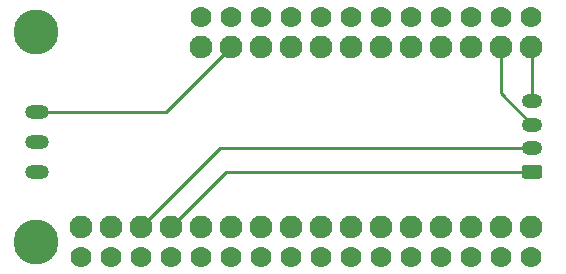
<source format=gbr>
%TF.GenerationSoftware,KiCad,Pcbnew,(5.1.7)-1*%
%TF.CreationDate,2020-11-03T10:24:41+11:00*%
%TF.ProjectId,physbryk_feather,70687973-6272-4796-9b5f-666561746865,rev?*%
%TF.SameCoordinates,Original*%
%TF.FileFunction,Copper,L1,Top*%
%TF.FilePolarity,Positive*%
%FSLAX46Y46*%
G04 Gerber Fmt 4.6, Leading zero omitted, Abs format (unit mm)*
G04 Created by KiCad (PCBNEW (5.1.7)-1) date 2020-11-03 10:24:41*
%MOMM*%
%LPD*%
G01*
G04 APERTURE LIST*
%TA.AperFunction,ComponentPad*%
%ADD10O,1.750000X1.200000*%
%TD*%
%TA.AperFunction,ComponentPad*%
%ADD11C,1.778000*%
%TD*%
%TA.AperFunction,ComponentPad*%
%ADD12C,3.810000*%
%TD*%
%TA.AperFunction,ComponentPad*%
%ADD13C,1.930400*%
%TD*%
%TA.AperFunction,ComponentPad*%
%ADD14O,2.000000X1.200000*%
%TD*%
%TA.AperFunction,Conductor*%
%ADD15C,0.250000*%
%TD*%
G04 APERTURE END LIST*
D10*
%TO.P,J1,4*%
%TO.N,Net-(J1-Pad4)*%
X167640000Y-101950000D03*
%TO.P,J1,3*%
%TO.N,Net-(J1-Pad3)*%
X167640000Y-103950000D03*
%TO.P,J1,2*%
%TO.N,Net-(J1-Pad2)*%
X167640000Y-105950000D03*
%TO.P,J1,1*%
%TO.N,Net-(J1-Pad1)*%
%TA.AperFunction,ComponentPad*%
G36*
G01*
X168265001Y-108550000D02*
X167014999Y-108550000D01*
G75*
G02*
X166765000Y-108300001I0J249999D01*
G01*
X166765000Y-107599999D01*
G75*
G02*
X167014999Y-107350000I249999J0D01*
G01*
X168265001Y-107350000D01*
G75*
G02*
X168515000Y-107599999I0J-249999D01*
G01*
X168515000Y-108300001D01*
G75*
G02*
X168265001Y-108550000I-249999J0D01*
G01*
G37*
%TD.AperFunction*%
%TD*%
D11*
%TO.P,MS1,1*%
%TO.N,Net-(JP3-Pad16)*%
X129451100Y-115163600D03*
%TO.P,MS1,2*%
%TO.N,Net-(JP3-Pad15)*%
X131991100Y-115163600D03*
%TO.P,MS1,3*%
%TO.N,Net-(J1-Pad2)*%
X134531100Y-115163600D03*
%TO.P,MS1,4*%
%TO.N,Net-(J1-Pad1)*%
X137071100Y-115163600D03*
%TO.P,MS1,16*%
%TO.N,Net-(JP3-Pad1)*%
X167551100Y-115163600D03*
%TO.P,MS1,15*%
%TO.N,Net-(JP3-Pad2)*%
X165011100Y-115163600D03*
%TO.P,MS1,14*%
%TO.N,Net-(JP3-Pad3)*%
X162471100Y-115163600D03*
%TO.P,MS1,13*%
%TO.N,Net-(JP3-Pad4)*%
X159931100Y-115163600D03*
%TO.P,MS1,12*%
%TO.N,Net-(JP3-Pad5)*%
X157391100Y-115163600D03*
%TO.P,MS1,11*%
%TO.N,Net-(JP3-Pad6)*%
X154851100Y-115163600D03*
%TO.P,MS1,10*%
%TO.N,Net-(JP3-Pad7)*%
X152311100Y-115163600D03*
%TO.P,MS1,9*%
%TO.N,Net-(JP3-Pad8)*%
X149771100Y-115163600D03*
%TO.P,MS1,8*%
%TO.N,Net-(JP3-Pad9)*%
X147231100Y-115163600D03*
%TO.P,MS1,7*%
%TO.N,Net-(JP3-Pad10)*%
X144691100Y-115163600D03*
%TO.P,MS1,6*%
%TO.N,Net-(JP3-Pad11)*%
X142151100Y-115163600D03*
%TO.P,MS1,5*%
%TO.N,Net-(JP3-Pad12)*%
X139611100Y-115163600D03*
%TO.P,MS1,17*%
%TO.N,Net-(J1-Pad4)*%
X167551100Y-94843600D03*
%TO.P,MS1,18*%
%TO.N,Net-(J1-Pad3)*%
X165011100Y-94843600D03*
%TO.P,MS1,19*%
%TO.N,Net-(JP1-Pad10)*%
X162471100Y-94843600D03*
%TO.P,MS1,20*%
%TO.N,Net-(JP1-Pad9)*%
X159931100Y-94843600D03*
%TO.P,MS1,21*%
%TO.N,Net-(JP1-Pad8)*%
X157391100Y-94843600D03*
%TO.P,MS1,22*%
%TO.N,Net-(JP1-Pad7)*%
X154851100Y-94843600D03*
%TO.P,MS1,23*%
%TO.N,Net-(JP1-Pad6)*%
X152311100Y-94843600D03*
%TO.P,MS1,24*%
%TO.N,Net-(JP1-Pad5)*%
X149771100Y-94843600D03*
%TO.P,MS1,25*%
%TO.N,Net-(JP1-Pad4)*%
X147231100Y-94843600D03*
%TO.P,MS1,26*%
%TO.N,Net-(JP1-Pad3)*%
X144691100Y-94843600D03*
%TO.P,MS1,27*%
%TO.N,Net-(JP1-Pad2)*%
X142151100Y-94843600D03*
%TO.P,MS1,28*%
%TO.N,Net-(JP1-Pad1)*%
X139611100Y-94843600D03*
D12*
%TO.P,MS1,P$2*%
%TO.N,N/C*%
X125641100Y-113893600D03*
%TO.P,MS1,P$1*%
X125641100Y-96113600D03*
%TD*%
D13*
%TO.P,JP3,16*%
%TO.N,Net-(JP3-Pad16)*%
X129451100Y-112623600D03*
%TO.P,JP3,15*%
%TO.N,Net-(JP3-Pad15)*%
X131991100Y-112623600D03*
%TO.P,JP3,14*%
%TO.N,Net-(J1-Pad2)*%
X134531100Y-112623600D03*
%TO.P,JP3,13*%
%TO.N,Net-(J1-Pad1)*%
X137071100Y-112623600D03*
%TO.P,JP3,12*%
%TO.N,Net-(JP3-Pad12)*%
X139611100Y-112623600D03*
%TO.P,JP3,11*%
%TO.N,Net-(JP3-Pad11)*%
X142151100Y-112623600D03*
%TO.P,JP3,10*%
%TO.N,Net-(JP3-Pad10)*%
X144691100Y-112623600D03*
%TO.P,JP3,9*%
%TO.N,Net-(JP3-Pad9)*%
X147231100Y-112623600D03*
%TO.P,JP3,8*%
%TO.N,Net-(JP3-Pad8)*%
X149771100Y-112623600D03*
%TO.P,JP3,7*%
%TO.N,Net-(JP3-Pad7)*%
X152311100Y-112623600D03*
%TO.P,JP3,6*%
%TO.N,Net-(JP3-Pad6)*%
X154851100Y-112623600D03*
%TO.P,JP3,5*%
%TO.N,Net-(JP3-Pad5)*%
X157391100Y-112623600D03*
%TO.P,JP3,4*%
%TO.N,Net-(JP3-Pad4)*%
X159931100Y-112623600D03*
%TO.P,JP3,3*%
%TO.N,Net-(JP3-Pad3)*%
X162471100Y-112623600D03*
%TO.P,JP3,2*%
%TO.N,Net-(JP3-Pad2)*%
X165011100Y-112623600D03*
%TO.P,JP3,1*%
%TO.N,Net-(JP3-Pad1)*%
X167551100Y-112623600D03*
%TD*%
%TO.P,JP1,12*%
%TO.N,Net-(J1-Pad4)*%
X167551100Y-97383600D03*
%TO.P,JP1,11*%
%TO.N,Net-(J1-Pad3)*%
X165011100Y-97383600D03*
%TO.P,JP1,10*%
%TO.N,Net-(JP1-Pad10)*%
X162471100Y-97383600D03*
%TO.P,JP1,9*%
%TO.N,Net-(JP1-Pad9)*%
X159931100Y-97383600D03*
%TO.P,JP1,8*%
%TO.N,Net-(JP1-Pad8)*%
X157391100Y-97383600D03*
%TO.P,JP1,7*%
%TO.N,Net-(JP1-Pad7)*%
X154851100Y-97383600D03*
%TO.P,JP1,6*%
%TO.N,Net-(JP1-Pad6)*%
X152311100Y-97383600D03*
%TO.P,JP1,5*%
%TO.N,Net-(JP1-Pad5)*%
X149771100Y-97383600D03*
%TO.P,JP1,4*%
%TO.N,Net-(JP1-Pad4)*%
X147231100Y-97383600D03*
%TO.P,JP1,3*%
%TO.N,Net-(JP1-Pad3)*%
X144691100Y-97383600D03*
%TO.P,JP1,2*%
%TO.N,Net-(JP1-Pad2)*%
X142151100Y-97383600D03*
%TO.P,JP1,1*%
%TO.N,Net-(JP1-Pad1)*%
X139611100Y-97383600D03*
%TD*%
D14*
%TO.P,SW1,1*%
%TO.N,Net-(JP1-Pad2)*%
X125730000Y-102870000D03*
%TO.P,SW1,2*%
%TO.N,Net-(J1-Pad1)*%
X125730000Y-105410000D03*
%TO.P,SW1,3*%
%TO.N,Net-(SW1-Pad3)*%
X125730000Y-107950000D03*
%TD*%
D15*
%TO.N,Net-(JP1-Pad2)*%
X136664700Y-102870000D02*
X142151100Y-97383600D01*
X125730000Y-102870000D02*
X136664700Y-102870000D01*
%TO.N,Net-(J1-Pad1)*%
X141744700Y-107950000D02*
X137071100Y-112623600D01*
X167640000Y-107950000D02*
X141744700Y-107950000D01*
%TO.N,Net-(J1-Pad2)*%
X141204700Y-105950000D02*
X134531100Y-112623600D01*
X167640000Y-105950000D02*
X141204700Y-105950000D01*
%TO.N,Net-(J1-Pad3)*%
X165011100Y-101321100D02*
X165011100Y-97383600D01*
X167640000Y-103950000D02*
X165011100Y-101321100D01*
%TO.N,Net-(J1-Pad4)*%
X167640000Y-97472500D02*
X167551100Y-97383600D01*
X167640000Y-101950000D02*
X167640000Y-97472500D01*
%TD*%
M02*

</source>
